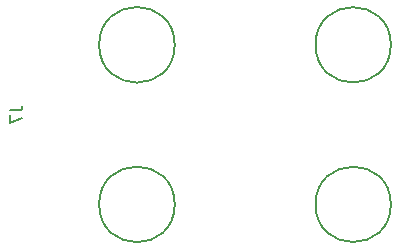
<source format=gbr>
G04 #@! TF.FileFunction,Legend,Bot*
%FSLAX46Y46*%
G04 Gerber Fmt 4.6, Leading zero omitted, Abs format (unit mm)*
G04 Created by KiCad (PCBNEW 4.0.7) date 03/04/18 13:02:16*
%MOMM*%
%LPD*%
G01*
G04 APERTURE LIST*
%ADD10C,0.100000*%
%ADD11C,0.150000*%
G04 APERTURE END LIST*
D10*
D11*
X170205000Y-96980000D02*
G75*
G03X170205000Y-96980000I-3200000J0D01*
G01*
X170205000Y-110490000D02*
G75*
G03X170205000Y-110490000I-3200000J0D01*
G01*
X188505000Y-110490000D02*
G75*
G03X188505000Y-110490000I-3190000J0D01*
G01*
X188505000Y-96980000D02*
G75*
G03X188505000Y-96980000I-3190000J0D01*
G01*
X156297381Y-102536667D02*
X157011667Y-102536667D01*
X157154524Y-102489047D01*
X157249762Y-102393809D01*
X157297381Y-102250952D01*
X157297381Y-102155714D01*
X156297381Y-102917619D02*
X156297381Y-103584286D01*
X157297381Y-103155714D01*
M02*

</source>
